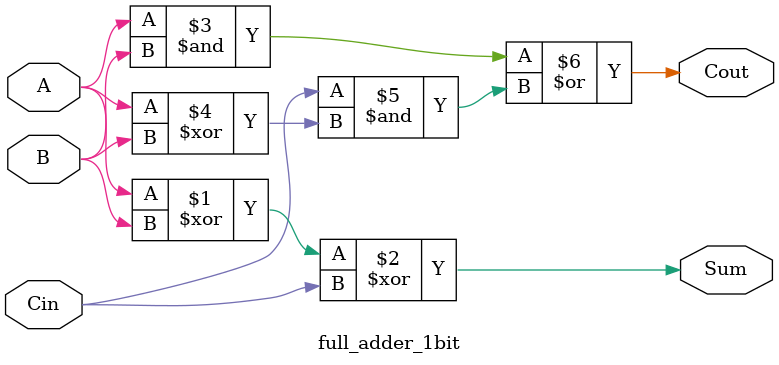
<source format=sv>
module full_adder_1bit(
    input  logic A,     // Primer operando de 1 bit
    input  logic B,     // Segundo operando de 1 bit
    input  logic Cin,   // Acarreo de entrada desde la etapa anterior
    output logic Sum,   // Bit de suma resultante
    output logic Cout   // Acarreo de salida hacia la siguiente etapa
);

    // Suma: XOR de A, B y Cin
    assign Sum  = A ^ B ^ Cin;
    
    // Carry de salida (Entrada del siguiente)
    assign Cout = (A & B) | (Cin & (A ^ B));

endmodule
</source>
